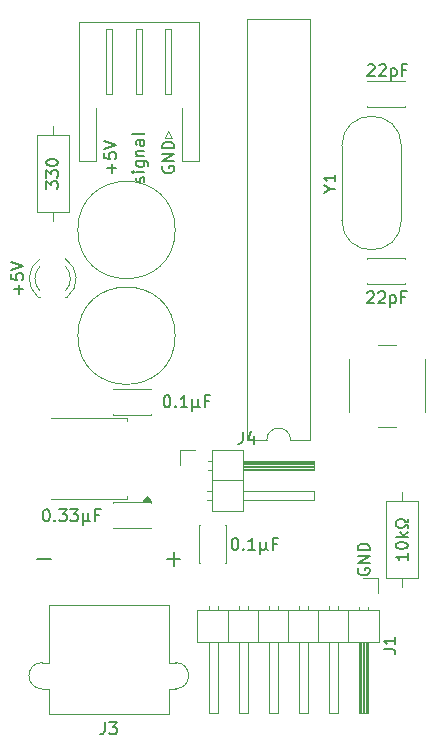
<source format=gbr>
%TF.GenerationSoftware,KiCad,Pcbnew,8.0.9-8.0.9-0~ubuntu24.04.1*%
%TF.CreationDate,2025-04-23T22:26:13+09:00*%
%TF.ProjectId,LedController,4c656443-6f6e-4747-926f-6c6c65722e6b,rev?*%
%TF.SameCoordinates,Original*%
%TF.FileFunction,Legend,Top*%
%TF.FilePolarity,Positive*%
%FSLAX46Y46*%
G04 Gerber Fmt 4.6, Leading zero omitted, Abs format (unit mm)*
G04 Created by KiCad (PCBNEW 8.0.9-8.0.9-0~ubuntu24.04.1) date 2025-04-23 22:26:13*
%MOMM*%
%LPD*%
G01*
G04 APERTURE LIST*
%ADD10C,0.150000*%
%ADD11C,0.120000*%
G04 APERTURE END LIST*
D10*
X77927438Y-97311904D02*
X77879819Y-97407142D01*
X77879819Y-97407142D02*
X77879819Y-97549999D01*
X77879819Y-97549999D02*
X77927438Y-97692856D01*
X77927438Y-97692856D02*
X78022676Y-97788094D01*
X78022676Y-97788094D02*
X78117914Y-97835713D01*
X78117914Y-97835713D02*
X78308390Y-97883332D01*
X78308390Y-97883332D02*
X78451247Y-97883332D01*
X78451247Y-97883332D02*
X78641723Y-97835713D01*
X78641723Y-97835713D02*
X78736961Y-97788094D01*
X78736961Y-97788094D02*
X78832200Y-97692856D01*
X78832200Y-97692856D02*
X78879819Y-97549999D01*
X78879819Y-97549999D02*
X78879819Y-97454761D01*
X78879819Y-97454761D02*
X78832200Y-97311904D01*
X78832200Y-97311904D02*
X78784580Y-97264285D01*
X78784580Y-97264285D02*
X78451247Y-97264285D01*
X78451247Y-97264285D02*
X78451247Y-97454761D01*
X78879819Y-96835713D02*
X77879819Y-96835713D01*
X77879819Y-96835713D02*
X78879819Y-96264285D01*
X78879819Y-96264285D02*
X77879819Y-96264285D01*
X78879819Y-95788094D02*
X77879819Y-95788094D01*
X77879819Y-95788094D02*
X77879819Y-95549999D01*
X77879819Y-95549999D02*
X77927438Y-95407142D01*
X77927438Y-95407142D02*
X78022676Y-95311904D01*
X78022676Y-95311904D02*
X78117914Y-95264285D01*
X78117914Y-95264285D02*
X78308390Y-95216666D01*
X78308390Y-95216666D02*
X78451247Y-95216666D01*
X78451247Y-95216666D02*
X78641723Y-95264285D01*
X78641723Y-95264285D02*
X78736961Y-95311904D01*
X78736961Y-95311904D02*
X78832200Y-95407142D01*
X78832200Y-95407142D02*
X78879819Y-95549999D01*
X78879819Y-95549999D02*
X78879819Y-95788094D01*
X59757200Y-64596428D02*
X59804819Y-64501190D01*
X59804819Y-64501190D02*
X59804819Y-64310714D01*
X59804819Y-64310714D02*
X59757200Y-64215476D01*
X59757200Y-64215476D02*
X59661961Y-64167857D01*
X59661961Y-64167857D02*
X59614342Y-64167857D01*
X59614342Y-64167857D02*
X59519104Y-64215476D01*
X59519104Y-64215476D02*
X59471485Y-64310714D01*
X59471485Y-64310714D02*
X59471485Y-64453571D01*
X59471485Y-64453571D02*
X59423866Y-64548809D01*
X59423866Y-64548809D02*
X59328628Y-64596428D01*
X59328628Y-64596428D02*
X59281009Y-64596428D01*
X59281009Y-64596428D02*
X59185771Y-64548809D01*
X59185771Y-64548809D02*
X59138152Y-64453571D01*
X59138152Y-64453571D02*
X59138152Y-64310714D01*
X59138152Y-64310714D02*
X59185771Y-64215476D01*
X59804819Y-63739285D02*
X59138152Y-63739285D01*
X58804819Y-63739285D02*
X58852438Y-63786904D01*
X58852438Y-63786904D02*
X58900057Y-63739285D01*
X58900057Y-63739285D02*
X58852438Y-63691666D01*
X58852438Y-63691666D02*
X58804819Y-63739285D01*
X58804819Y-63739285D02*
X58900057Y-63739285D01*
X59138152Y-62834524D02*
X59947676Y-62834524D01*
X59947676Y-62834524D02*
X60042914Y-62882143D01*
X60042914Y-62882143D02*
X60090533Y-62929762D01*
X60090533Y-62929762D02*
X60138152Y-63025000D01*
X60138152Y-63025000D02*
X60138152Y-63167857D01*
X60138152Y-63167857D02*
X60090533Y-63263095D01*
X59757200Y-62834524D02*
X59804819Y-62929762D01*
X59804819Y-62929762D02*
X59804819Y-63120238D01*
X59804819Y-63120238D02*
X59757200Y-63215476D01*
X59757200Y-63215476D02*
X59709580Y-63263095D01*
X59709580Y-63263095D02*
X59614342Y-63310714D01*
X59614342Y-63310714D02*
X59328628Y-63310714D01*
X59328628Y-63310714D02*
X59233390Y-63263095D01*
X59233390Y-63263095D02*
X59185771Y-63215476D01*
X59185771Y-63215476D02*
X59138152Y-63120238D01*
X59138152Y-63120238D02*
X59138152Y-62929762D01*
X59138152Y-62929762D02*
X59185771Y-62834524D01*
X59138152Y-62358333D02*
X59804819Y-62358333D01*
X59233390Y-62358333D02*
X59185771Y-62310714D01*
X59185771Y-62310714D02*
X59138152Y-62215476D01*
X59138152Y-62215476D02*
X59138152Y-62072619D01*
X59138152Y-62072619D02*
X59185771Y-61977381D01*
X59185771Y-61977381D02*
X59281009Y-61929762D01*
X59281009Y-61929762D02*
X59804819Y-61929762D01*
X59804819Y-61025000D02*
X59281009Y-61025000D01*
X59281009Y-61025000D02*
X59185771Y-61072619D01*
X59185771Y-61072619D02*
X59138152Y-61167857D01*
X59138152Y-61167857D02*
X59138152Y-61358333D01*
X59138152Y-61358333D02*
X59185771Y-61453571D01*
X59757200Y-61025000D02*
X59804819Y-61120238D01*
X59804819Y-61120238D02*
X59804819Y-61358333D01*
X59804819Y-61358333D02*
X59757200Y-61453571D01*
X59757200Y-61453571D02*
X59661961Y-61501190D01*
X59661961Y-61501190D02*
X59566723Y-61501190D01*
X59566723Y-61501190D02*
X59471485Y-61453571D01*
X59471485Y-61453571D02*
X59423866Y-61358333D01*
X59423866Y-61358333D02*
X59423866Y-61120238D01*
X59423866Y-61120238D02*
X59376247Y-61025000D01*
X59804819Y-60405952D02*
X59757200Y-60501190D01*
X59757200Y-60501190D02*
X59661961Y-60548809D01*
X59661961Y-60548809D02*
X58804819Y-60548809D01*
X57048866Y-63810713D02*
X57048866Y-63048809D01*
X57429819Y-63429761D02*
X56667914Y-63429761D01*
X56429819Y-62096428D02*
X56429819Y-62572618D01*
X56429819Y-62572618D02*
X56906009Y-62620237D01*
X56906009Y-62620237D02*
X56858390Y-62572618D01*
X56858390Y-62572618D02*
X56810771Y-62477380D01*
X56810771Y-62477380D02*
X56810771Y-62239285D01*
X56810771Y-62239285D02*
X56858390Y-62144047D01*
X56858390Y-62144047D02*
X56906009Y-62096428D01*
X56906009Y-62096428D02*
X57001247Y-62048809D01*
X57001247Y-62048809D02*
X57239342Y-62048809D01*
X57239342Y-62048809D02*
X57334580Y-62096428D01*
X57334580Y-62096428D02*
X57382200Y-62144047D01*
X57382200Y-62144047D02*
X57429819Y-62239285D01*
X57429819Y-62239285D02*
X57429819Y-62477380D01*
X57429819Y-62477380D02*
X57382200Y-62572618D01*
X57382200Y-62572618D02*
X57334580Y-62620237D01*
X56429819Y-61763094D02*
X57429819Y-61429761D01*
X57429819Y-61429761D02*
X56429819Y-61096428D01*
X75503628Y-65151190D02*
X75979819Y-65151190D01*
X74979819Y-65484523D02*
X75503628Y-65151190D01*
X75503628Y-65151190D02*
X74979819Y-64817857D01*
X75979819Y-63960714D02*
X75979819Y-64532142D01*
X75979819Y-64246428D02*
X74979819Y-64246428D01*
X74979819Y-64246428D02*
X75122676Y-64341666D01*
X75122676Y-64341666D02*
X75217914Y-64436904D01*
X75217914Y-64436904D02*
X75265533Y-64532142D01*
X67435714Y-94729819D02*
X67530952Y-94729819D01*
X67530952Y-94729819D02*
X67626190Y-94777438D01*
X67626190Y-94777438D02*
X67673809Y-94825057D01*
X67673809Y-94825057D02*
X67721428Y-94920295D01*
X67721428Y-94920295D02*
X67769047Y-95110771D01*
X67769047Y-95110771D02*
X67769047Y-95348866D01*
X67769047Y-95348866D02*
X67721428Y-95539342D01*
X67721428Y-95539342D02*
X67673809Y-95634580D01*
X67673809Y-95634580D02*
X67626190Y-95682200D01*
X67626190Y-95682200D02*
X67530952Y-95729819D01*
X67530952Y-95729819D02*
X67435714Y-95729819D01*
X67435714Y-95729819D02*
X67340476Y-95682200D01*
X67340476Y-95682200D02*
X67292857Y-95634580D01*
X67292857Y-95634580D02*
X67245238Y-95539342D01*
X67245238Y-95539342D02*
X67197619Y-95348866D01*
X67197619Y-95348866D02*
X67197619Y-95110771D01*
X67197619Y-95110771D02*
X67245238Y-94920295D01*
X67245238Y-94920295D02*
X67292857Y-94825057D01*
X67292857Y-94825057D02*
X67340476Y-94777438D01*
X67340476Y-94777438D02*
X67435714Y-94729819D01*
X68197619Y-95634580D02*
X68245238Y-95682200D01*
X68245238Y-95682200D02*
X68197619Y-95729819D01*
X68197619Y-95729819D02*
X68150000Y-95682200D01*
X68150000Y-95682200D02*
X68197619Y-95634580D01*
X68197619Y-95634580D02*
X68197619Y-95729819D01*
X69197618Y-95729819D02*
X68626190Y-95729819D01*
X68911904Y-95729819D02*
X68911904Y-94729819D01*
X68911904Y-94729819D02*
X68816666Y-94872676D01*
X68816666Y-94872676D02*
X68721428Y-94967914D01*
X68721428Y-94967914D02*
X68626190Y-95015533D01*
X69626190Y-95063152D02*
X69626190Y-96063152D01*
X70102380Y-95586961D02*
X70149999Y-95682200D01*
X70149999Y-95682200D02*
X70245237Y-95729819D01*
X69626190Y-95586961D02*
X69673809Y-95682200D01*
X69673809Y-95682200D02*
X69769047Y-95729819D01*
X69769047Y-95729819D02*
X69959523Y-95729819D01*
X69959523Y-95729819D02*
X70054761Y-95682200D01*
X70054761Y-95682200D02*
X70102380Y-95586961D01*
X70102380Y-95586961D02*
X70102380Y-95063152D01*
X71007142Y-95206009D02*
X70673809Y-95206009D01*
X70673809Y-95729819D02*
X70673809Y-94729819D01*
X70673809Y-94729819D02*
X71149999Y-94729819D01*
X61377438Y-63261904D02*
X61329819Y-63357142D01*
X61329819Y-63357142D02*
X61329819Y-63499999D01*
X61329819Y-63499999D02*
X61377438Y-63642856D01*
X61377438Y-63642856D02*
X61472676Y-63738094D01*
X61472676Y-63738094D02*
X61567914Y-63785713D01*
X61567914Y-63785713D02*
X61758390Y-63833332D01*
X61758390Y-63833332D02*
X61901247Y-63833332D01*
X61901247Y-63833332D02*
X62091723Y-63785713D01*
X62091723Y-63785713D02*
X62186961Y-63738094D01*
X62186961Y-63738094D02*
X62282200Y-63642856D01*
X62282200Y-63642856D02*
X62329819Y-63499999D01*
X62329819Y-63499999D02*
X62329819Y-63404761D01*
X62329819Y-63404761D02*
X62282200Y-63261904D01*
X62282200Y-63261904D02*
X62234580Y-63214285D01*
X62234580Y-63214285D02*
X61901247Y-63214285D01*
X61901247Y-63214285D02*
X61901247Y-63404761D01*
X62329819Y-62785713D02*
X61329819Y-62785713D01*
X61329819Y-62785713D02*
X62329819Y-62214285D01*
X62329819Y-62214285D02*
X61329819Y-62214285D01*
X62329819Y-61738094D02*
X61329819Y-61738094D01*
X61329819Y-61738094D02*
X61329819Y-61499999D01*
X61329819Y-61499999D02*
X61377438Y-61357142D01*
X61377438Y-61357142D02*
X61472676Y-61261904D01*
X61472676Y-61261904D02*
X61567914Y-61214285D01*
X61567914Y-61214285D02*
X61758390Y-61166666D01*
X61758390Y-61166666D02*
X61901247Y-61166666D01*
X61901247Y-61166666D02*
X62091723Y-61214285D01*
X62091723Y-61214285D02*
X62186961Y-61261904D01*
X62186961Y-61261904D02*
X62282200Y-61357142D01*
X62282200Y-61357142D02*
X62329819Y-61499999D01*
X62329819Y-61499999D02*
X62329819Y-61738094D01*
X56466666Y-110339819D02*
X56466666Y-111054104D01*
X56466666Y-111054104D02*
X56419047Y-111196961D01*
X56419047Y-111196961D02*
X56323809Y-111292200D01*
X56323809Y-111292200D02*
X56180952Y-111339819D01*
X56180952Y-111339819D02*
X56085714Y-111339819D01*
X56847619Y-110339819D02*
X57466666Y-110339819D01*
X57466666Y-110339819D02*
X57133333Y-110720771D01*
X57133333Y-110720771D02*
X57276190Y-110720771D01*
X57276190Y-110720771D02*
X57371428Y-110768390D01*
X57371428Y-110768390D02*
X57419047Y-110816009D01*
X57419047Y-110816009D02*
X57466666Y-110911247D01*
X57466666Y-110911247D02*
X57466666Y-111149342D01*
X57466666Y-111149342D02*
X57419047Y-111244580D01*
X57419047Y-111244580D02*
X57371428Y-111292200D01*
X57371428Y-111292200D02*
X57276190Y-111339819D01*
X57276190Y-111339819D02*
X56990476Y-111339819D01*
X56990476Y-111339819D02*
X56895238Y-111292200D01*
X56895238Y-111292200D02*
X56847619Y-111244580D01*
X61728571Y-96499700D02*
X62871429Y-96499700D01*
X62300000Y-97071128D02*
X62300000Y-95928271D01*
X50728571Y-96499700D02*
X51871429Y-96499700D01*
X51504819Y-65160713D02*
X51504819Y-64541666D01*
X51504819Y-64541666D02*
X51885771Y-64874999D01*
X51885771Y-64874999D02*
X51885771Y-64732142D01*
X51885771Y-64732142D02*
X51933390Y-64636904D01*
X51933390Y-64636904D02*
X51981009Y-64589285D01*
X51981009Y-64589285D02*
X52076247Y-64541666D01*
X52076247Y-64541666D02*
X52314342Y-64541666D01*
X52314342Y-64541666D02*
X52409580Y-64589285D01*
X52409580Y-64589285D02*
X52457200Y-64636904D01*
X52457200Y-64636904D02*
X52504819Y-64732142D01*
X52504819Y-64732142D02*
X52504819Y-65017856D01*
X52504819Y-65017856D02*
X52457200Y-65113094D01*
X52457200Y-65113094D02*
X52409580Y-65160713D01*
X51504819Y-64208332D02*
X51504819Y-63589285D01*
X51504819Y-63589285D02*
X51885771Y-63922618D01*
X51885771Y-63922618D02*
X51885771Y-63779761D01*
X51885771Y-63779761D02*
X51933390Y-63684523D01*
X51933390Y-63684523D02*
X51981009Y-63636904D01*
X51981009Y-63636904D02*
X52076247Y-63589285D01*
X52076247Y-63589285D02*
X52314342Y-63589285D01*
X52314342Y-63589285D02*
X52409580Y-63636904D01*
X52409580Y-63636904D02*
X52457200Y-63684523D01*
X52457200Y-63684523D02*
X52504819Y-63779761D01*
X52504819Y-63779761D02*
X52504819Y-64065475D01*
X52504819Y-64065475D02*
X52457200Y-64160713D01*
X52457200Y-64160713D02*
X52409580Y-64208332D01*
X51504819Y-62970237D02*
X51504819Y-62874999D01*
X51504819Y-62874999D02*
X51552438Y-62779761D01*
X51552438Y-62779761D02*
X51600057Y-62732142D01*
X51600057Y-62732142D02*
X51695295Y-62684523D01*
X51695295Y-62684523D02*
X51885771Y-62636904D01*
X51885771Y-62636904D02*
X52123866Y-62636904D01*
X52123866Y-62636904D02*
X52314342Y-62684523D01*
X52314342Y-62684523D02*
X52409580Y-62732142D01*
X52409580Y-62732142D02*
X52457200Y-62779761D01*
X52457200Y-62779761D02*
X52504819Y-62874999D01*
X52504819Y-62874999D02*
X52504819Y-62970237D01*
X52504819Y-62970237D02*
X52457200Y-63065475D01*
X52457200Y-63065475D02*
X52409580Y-63113094D01*
X52409580Y-63113094D02*
X52314342Y-63160713D01*
X52314342Y-63160713D02*
X52123866Y-63208332D01*
X52123866Y-63208332D02*
X51885771Y-63208332D01*
X51885771Y-63208332D02*
X51695295Y-63160713D01*
X51695295Y-63160713D02*
X51600057Y-63113094D01*
X51600057Y-63113094D02*
X51552438Y-63065475D01*
X51552438Y-63065475D02*
X51504819Y-62970237D01*
X78732143Y-54725057D02*
X78779762Y-54677438D01*
X78779762Y-54677438D02*
X78875000Y-54629819D01*
X78875000Y-54629819D02*
X79113095Y-54629819D01*
X79113095Y-54629819D02*
X79208333Y-54677438D01*
X79208333Y-54677438D02*
X79255952Y-54725057D01*
X79255952Y-54725057D02*
X79303571Y-54820295D01*
X79303571Y-54820295D02*
X79303571Y-54915533D01*
X79303571Y-54915533D02*
X79255952Y-55058390D01*
X79255952Y-55058390D02*
X78684524Y-55629819D01*
X78684524Y-55629819D02*
X79303571Y-55629819D01*
X79684524Y-54725057D02*
X79732143Y-54677438D01*
X79732143Y-54677438D02*
X79827381Y-54629819D01*
X79827381Y-54629819D02*
X80065476Y-54629819D01*
X80065476Y-54629819D02*
X80160714Y-54677438D01*
X80160714Y-54677438D02*
X80208333Y-54725057D01*
X80208333Y-54725057D02*
X80255952Y-54820295D01*
X80255952Y-54820295D02*
X80255952Y-54915533D01*
X80255952Y-54915533D02*
X80208333Y-55058390D01*
X80208333Y-55058390D02*
X79636905Y-55629819D01*
X79636905Y-55629819D02*
X80255952Y-55629819D01*
X80684524Y-54963152D02*
X80684524Y-55963152D01*
X80684524Y-55010771D02*
X80779762Y-54963152D01*
X80779762Y-54963152D02*
X80970238Y-54963152D01*
X80970238Y-54963152D02*
X81065476Y-55010771D01*
X81065476Y-55010771D02*
X81113095Y-55058390D01*
X81113095Y-55058390D02*
X81160714Y-55153628D01*
X81160714Y-55153628D02*
X81160714Y-55439342D01*
X81160714Y-55439342D02*
X81113095Y-55534580D01*
X81113095Y-55534580D02*
X81065476Y-55582200D01*
X81065476Y-55582200D02*
X80970238Y-55629819D01*
X80970238Y-55629819D02*
X80779762Y-55629819D01*
X80779762Y-55629819D02*
X80684524Y-55582200D01*
X81922619Y-55106009D02*
X81589286Y-55106009D01*
X81589286Y-55629819D02*
X81589286Y-54629819D01*
X81589286Y-54629819D02*
X82065476Y-54629819D01*
X51459524Y-92304819D02*
X51554762Y-92304819D01*
X51554762Y-92304819D02*
X51650000Y-92352438D01*
X51650000Y-92352438D02*
X51697619Y-92400057D01*
X51697619Y-92400057D02*
X51745238Y-92495295D01*
X51745238Y-92495295D02*
X51792857Y-92685771D01*
X51792857Y-92685771D02*
X51792857Y-92923866D01*
X51792857Y-92923866D02*
X51745238Y-93114342D01*
X51745238Y-93114342D02*
X51697619Y-93209580D01*
X51697619Y-93209580D02*
X51650000Y-93257200D01*
X51650000Y-93257200D02*
X51554762Y-93304819D01*
X51554762Y-93304819D02*
X51459524Y-93304819D01*
X51459524Y-93304819D02*
X51364286Y-93257200D01*
X51364286Y-93257200D02*
X51316667Y-93209580D01*
X51316667Y-93209580D02*
X51269048Y-93114342D01*
X51269048Y-93114342D02*
X51221429Y-92923866D01*
X51221429Y-92923866D02*
X51221429Y-92685771D01*
X51221429Y-92685771D02*
X51269048Y-92495295D01*
X51269048Y-92495295D02*
X51316667Y-92400057D01*
X51316667Y-92400057D02*
X51364286Y-92352438D01*
X51364286Y-92352438D02*
X51459524Y-92304819D01*
X52221429Y-93209580D02*
X52269048Y-93257200D01*
X52269048Y-93257200D02*
X52221429Y-93304819D01*
X52221429Y-93304819D02*
X52173810Y-93257200D01*
X52173810Y-93257200D02*
X52221429Y-93209580D01*
X52221429Y-93209580D02*
X52221429Y-93304819D01*
X52602381Y-92304819D02*
X53221428Y-92304819D01*
X53221428Y-92304819D02*
X52888095Y-92685771D01*
X52888095Y-92685771D02*
X53030952Y-92685771D01*
X53030952Y-92685771D02*
X53126190Y-92733390D01*
X53126190Y-92733390D02*
X53173809Y-92781009D01*
X53173809Y-92781009D02*
X53221428Y-92876247D01*
X53221428Y-92876247D02*
X53221428Y-93114342D01*
X53221428Y-93114342D02*
X53173809Y-93209580D01*
X53173809Y-93209580D02*
X53126190Y-93257200D01*
X53126190Y-93257200D02*
X53030952Y-93304819D01*
X53030952Y-93304819D02*
X52745238Y-93304819D01*
X52745238Y-93304819D02*
X52650000Y-93257200D01*
X52650000Y-93257200D02*
X52602381Y-93209580D01*
X53554762Y-92304819D02*
X54173809Y-92304819D01*
X54173809Y-92304819D02*
X53840476Y-92685771D01*
X53840476Y-92685771D02*
X53983333Y-92685771D01*
X53983333Y-92685771D02*
X54078571Y-92733390D01*
X54078571Y-92733390D02*
X54126190Y-92781009D01*
X54126190Y-92781009D02*
X54173809Y-92876247D01*
X54173809Y-92876247D02*
X54173809Y-93114342D01*
X54173809Y-93114342D02*
X54126190Y-93209580D01*
X54126190Y-93209580D02*
X54078571Y-93257200D01*
X54078571Y-93257200D02*
X53983333Y-93304819D01*
X53983333Y-93304819D02*
X53697619Y-93304819D01*
X53697619Y-93304819D02*
X53602381Y-93257200D01*
X53602381Y-93257200D02*
X53554762Y-93209580D01*
X54602381Y-92638152D02*
X54602381Y-93638152D01*
X55078571Y-93161961D02*
X55126190Y-93257200D01*
X55126190Y-93257200D02*
X55221428Y-93304819D01*
X54602381Y-93161961D02*
X54650000Y-93257200D01*
X54650000Y-93257200D02*
X54745238Y-93304819D01*
X54745238Y-93304819D02*
X54935714Y-93304819D01*
X54935714Y-93304819D02*
X55030952Y-93257200D01*
X55030952Y-93257200D02*
X55078571Y-93161961D01*
X55078571Y-93161961D02*
X55078571Y-92638152D01*
X55983333Y-92781009D02*
X55650000Y-92781009D01*
X55650000Y-93304819D02*
X55650000Y-92304819D01*
X55650000Y-92304819D02*
X56126190Y-92304819D01*
X80064819Y-104138333D02*
X80779104Y-104138333D01*
X80779104Y-104138333D02*
X80921961Y-104185952D01*
X80921961Y-104185952D02*
X81017200Y-104281190D01*
X81017200Y-104281190D02*
X81064819Y-104424047D01*
X81064819Y-104424047D02*
X81064819Y-104519285D01*
X81064819Y-103138333D02*
X81064819Y-103709761D01*
X81064819Y-103424047D02*
X80064819Y-103424047D01*
X80064819Y-103424047D02*
X80207676Y-103519285D01*
X80207676Y-103519285D02*
X80302914Y-103614523D01*
X80302914Y-103614523D02*
X80350533Y-103709761D01*
X78682143Y-73950057D02*
X78729762Y-73902438D01*
X78729762Y-73902438D02*
X78825000Y-73854819D01*
X78825000Y-73854819D02*
X79063095Y-73854819D01*
X79063095Y-73854819D02*
X79158333Y-73902438D01*
X79158333Y-73902438D02*
X79205952Y-73950057D01*
X79205952Y-73950057D02*
X79253571Y-74045295D01*
X79253571Y-74045295D02*
X79253571Y-74140533D01*
X79253571Y-74140533D02*
X79205952Y-74283390D01*
X79205952Y-74283390D02*
X78634524Y-74854819D01*
X78634524Y-74854819D02*
X79253571Y-74854819D01*
X79634524Y-73950057D02*
X79682143Y-73902438D01*
X79682143Y-73902438D02*
X79777381Y-73854819D01*
X79777381Y-73854819D02*
X80015476Y-73854819D01*
X80015476Y-73854819D02*
X80110714Y-73902438D01*
X80110714Y-73902438D02*
X80158333Y-73950057D01*
X80158333Y-73950057D02*
X80205952Y-74045295D01*
X80205952Y-74045295D02*
X80205952Y-74140533D01*
X80205952Y-74140533D02*
X80158333Y-74283390D01*
X80158333Y-74283390D02*
X79586905Y-74854819D01*
X79586905Y-74854819D02*
X80205952Y-74854819D01*
X80634524Y-74188152D02*
X80634524Y-75188152D01*
X80634524Y-74235771D02*
X80729762Y-74188152D01*
X80729762Y-74188152D02*
X80920238Y-74188152D01*
X80920238Y-74188152D02*
X81015476Y-74235771D01*
X81015476Y-74235771D02*
X81063095Y-74283390D01*
X81063095Y-74283390D02*
X81110714Y-74378628D01*
X81110714Y-74378628D02*
X81110714Y-74664342D01*
X81110714Y-74664342D02*
X81063095Y-74759580D01*
X81063095Y-74759580D02*
X81015476Y-74807200D01*
X81015476Y-74807200D02*
X80920238Y-74854819D01*
X80920238Y-74854819D02*
X80729762Y-74854819D01*
X80729762Y-74854819D02*
X80634524Y-74807200D01*
X81872619Y-74331009D02*
X81539286Y-74331009D01*
X81539286Y-74854819D02*
X81539286Y-73854819D01*
X81539286Y-73854819D02*
X82015476Y-73854819D01*
X61685714Y-82654819D02*
X61780952Y-82654819D01*
X61780952Y-82654819D02*
X61876190Y-82702438D01*
X61876190Y-82702438D02*
X61923809Y-82750057D01*
X61923809Y-82750057D02*
X61971428Y-82845295D01*
X61971428Y-82845295D02*
X62019047Y-83035771D01*
X62019047Y-83035771D02*
X62019047Y-83273866D01*
X62019047Y-83273866D02*
X61971428Y-83464342D01*
X61971428Y-83464342D02*
X61923809Y-83559580D01*
X61923809Y-83559580D02*
X61876190Y-83607200D01*
X61876190Y-83607200D02*
X61780952Y-83654819D01*
X61780952Y-83654819D02*
X61685714Y-83654819D01*
X61685714Y-83654819D02*
X61590476Y-83607200D01*
X61590476Y-83607200D02*
X61542857Y-83559580D01*
X61542857Y-83559580D02*
X61495238Y-83464342D01*
X61495238Y-83464342D02*
X61447619Y-83273866D01*
X61447619Y-83273866D02*
X61447619Y-83035771D01*
X61447619Y-83035771D02*
X61495238Y-82845295D01*
X61495238Y-82845295D02*
X61542857Y-82750057D01*
X61542857Y-82750057D02*
X61590476Y-82702438D01*
X61590476Y-82702438D02*
X61685714Y-82654819D01*
X62447619Y-83559580D02*
X62495238Y-83607200D01*
X62495238Y-83607200D02*
X62447619Y-83654819D01*
X62447619Y-83654819D02*
X62400000Y-83607200D01*
X62400000Y-83607200D02*
X62447619Y-83559580D01*
X62447619Y-83559580D02*
X62447619Y-83654819D01*
X63447618Y-83654819D02*
X62876190Y-83654819D01*
X63161904Y-83654819D02*
X63161904Y-82654819D01*
X63161904Y-82654819D02*
X63066666Y-82797676D01*
X63066666Y-82797676D02*
X62971428Y-82892914D01*
X62971428Y-82892914D02*
X62876190Y-82940533D01*
X63876190Y-82988152D02*
X63876190Y-83988152D01*
X64352380Y-83511961D02*
X64399999Y-83607200D01*
X64399999Y-83607200D02*
X64495237Y-83654819D01*
X63876190Y-83511961D02*
X63923809Y-83607200D01*
X63923809Y-83607200D02*
X64019047Y-83654819D01*
X64019047Y-83654819D02*
X64209523Y-83654819D01*
X64209523Y-83654819D02*
X64304761Y-83607200D01*
X64304761Y-83607200D02*
X64352380Y-83511961D01*
X64352380Y-83511961D02*
X64352380Y-82988152D01*
X65257142Y-83131009D02*
X64923809Y-83131009D01*
X64923809Y-83654819D02*
X64923809Y-82654819D01*
X64923809Y-82654819D02*
X65399999Y-82654819D01*
X82104819Y-96021666D02*
X82104819Y-96593094D01*
X82104819Y-96307380D02*
X81104819Y-96307380D01*
X81104819Y-96307380D02*
X81247676Y-96402618D01*
X81247676Y-96402618D02*
X81342914Y-96497856D01*
X81342914Y-96497856D02*
X81390533Y-96593094D01*
X81104819Y-95402618D02*
X81104819Y-95307380D01*
X81104819Y-95307380D02*
X81152438Y-95212142D01*
X81152438Y-95212142D02*
X81200057Y-95164523D01*
X81200057Y-95164523D02*
X81295295Y-95116904D01*
X81295295Y-95116904D02*
X81485771Y-95069285D01*
X81485771Y-95069285D02*
X81723866Y-95069285D01*
X81723866Y-95069285D02*
X81914342Y-95116904D01*
X81914342Y-95116904D02*
X82009580Y-95164523D01*
X82009580Y-95164523D02*
X82057200Y-95212142D01*
X82057200Y-95212142D02*
X82104819Y-95307380D01*
X82104819Y-95307380D02*
X82104819Y-95402618D01*
X82104819Y-95402618D02*
X82057200Y-95497856D01*
X82057200Y-95497856D02*
X82009580Y-95545475D01*
X82009580Y-95545475D02*
X81914342Y-95593094D01*
X81914342Y-95593094D02*
X81723866Y-95640713D01*
X81723866Y-95640713D02*
X81485771Y-95640713D01*
X81485771Y-95640713D02*
X81295295Y-95593094D01*
X81295295Y-95593094D02*
X81200057Y-95545475D01*
X81200057Y-95545475D02*
X81152438Y-95497856D01*
X81152438Y-95497856D02*
X81104819Y-95402618D01*
X82104819Y-94640713D02*
X81104819Y-94640713D01*
X81723866Y-94545475D02*
X82104819Y-94259761D01*
X81438152Y-94259761D02*
X81819104Y-94640713D01*
X82104819Y-93878808D02*
X82104819Y-93640713D01*
X82104819Y-93640713D02*
X81914342Y-93640713D01*
X81914342Y-93640713D02*
X81866723Y-93735951D01*
X81866723Y-93735951D02*
X81771485Y-93831189D01*
X81771485Y-93831189D02*
X81628628Y-93878808D01*
X81628628Y-93878808D02*
X81390533Y-93878808D01*
X81390533Y-93878808D02*
X81247676Y-93831189D01*
X81247676Y-93831189D02*
X81152438Y-93735951D01*
X81152438Y-93735951D02*
X81104819Y-93593094D01*
X81104819Y-93593094D02*
X81104819Y-93402618D01*
X81104819Y-93402618D02*
X81152438Y-93259761D01*
X81152438Y-93259761D02*
X81247676Y-93164523D01*
X81247676Y-93164523D02*
X81390533Y-93116904D01*
X81390533Y-93116904D02*
X81628628Y-93116904D01*
X81628628Y-93116904D02*
X81771485Y-93164523D01*
X81771485Y-93164523D02*
X81866723Y-93259761D01*
X81866723Y-93259761D02*
X81914342Y-93354999D01*
X81914342Y-93354999D02*
X82104819Y-93354999D01*
X82104819Y-93354999D02*
X82104819Y-93116904D01*
X68151666Y-85759819D02*
X68151666Y-86474104D01*
X68151666Y-86474104D02*
X68104047Y-86616961D01*
X68104047Y-86616961D02*
X68008809Y-86712200D01*
X68008809Y-86712200D02*
X67865952Y-86759819D01*
X67865952Y-86759819D02*
X67770714Y-86759819D01*
X69056428Y-86093152D02*
X69056428Y-86759819D01*
X68818333Y-85712200D02*
X68580238Y-86426485D01*
X68580238Y-86426485D02*
X69199285Y-86426485D01*
X49163866Y-74055713D02*
X49163866Y-73293809D01*
X49544819Y-73674761D02*
X48782914Y-73674761D01*
X48544819Y-72341428D02*
X48544819Y-72817618D01*
X48544819Y-72817618D02*
X49021009Y-72865237D01*
X49021009Y-72865237D02*
X48973390Y-72817618D01*
X48973390Y-72817618D02*
X48925771Y-72722380D01*
X48925771Y-72722380D02*
X48925771Y-72484285D01*
X48925771Y-72484285D02*
X48973390Y-72389047D01*
X48973390Y-72389047D02*
X49021009Y-72341428D01*
X49021009Y-72341428D02*
X49116247Y-72293809D01*
X49116247Y-72293809D02*
X49354342Y-72293809D01*
X49354342Y-72293809D02*
X49449580Y-72341428D01*
X49449580Y-72341428D02*
X49497200Y-72389047D01*
X49497200Y-72389047D02*
X49544819Y-72484285D01*
X49544819Y-72484285D02*
X49544819Y-72722380D01*
X49544819Y-72722380D02*
X49497200Y-72817618D01*
X49497200Y-72817618D02*
X49449580Y-72865237D01*
X48544819Y-72008094D02*
X49544819Y-71674761D01*
X49544819Y-71674761D02*
X48544819Y-71341428D01*
D11*
%TO.C,Y1*%
X76525000Y-67800000D02*
X76525000Y-61550000D01*
X81575000Y-67800000D02*
X81575000Y-61550000D01*
X81575000Y-67800000D02*
G75*
G02*
X76525000Y-67800000I-2525000J0D01*
G01*
X76525000Y-61550000D02*
G75*
G02*
X81575000Y-61550000I2525000J0D01*
G01*
%TO.C,SW1*%
X77100000Y-79600000D02*
X77100000Y-84100000D01*
X79600000Y-85350000D02*
X81100000Y-85350000D01*
X81100000Y-78350000D02*
X79600000Y-78350000D01*
X83600000Y-84100000D02*
X83600000Y-79600000D01*
%TO.C,0.1\u03BCF*%
X64480000Y-93605000D02*
X64480000Y-96845000D01*
X64545000Y-93605000D02*
X64480000Y-93605000D01*
X64545000Y-96845000D02*
X64480000Y-96845000D01*
X66720000Y-93605000D02*
X66655000Y-93605000D01*
X66720000Y-93605000D02*
X66720000Y-96845000D01*
X66720000Y-96845000D02*
X66655000Y-96845000D01*
%TO.C,U1*%
X51890000Y-84550000D02*
X58310000Y-84550000D01*
X51890000Y-91450000D02*
X58310000Y-91450000D01*
X58310000Y-84550000D02*
X58310000Y-84820000D01*
X58310000Y-91450000D02*
X58310000Y-91180000D01*
X60380000Y-91610000D02*
X59700000Y-91610000D01*
X60040000Y-91140000D01*
X60380000Y-91610000D01*
G36*
X60380000Y-91610000D02*
G01*
X59700000Y-91610000D01*
X60040000Y-91140000D01*
X60380000Y-91610000D01*
G37*
%TO.C,GND*%
X54290000Y-51065000D02*
X54290000Y-62785000D01*
X54290000Y-62785000D02*
X55710000Y-62785000D01*
X55710000Y-62785000D02*
X55710000Y-58285000D01*
X56600000Y-51675000D02*
X56600000Y-57175000D01*
X56600000Y-57175000D02*
X57100000Y-57175000D01*
X57100000Y-51675000D02*
X56600000Y-51675000D01*
X57100000Y-57175000D02*
X57100000Y-51675000D01*
X59100000Y-51675000D02*
X59100000Y-57175000D01*
X59100000Y-57175000D02*
X59600000Y-57175000D01*
X59350000Y-51065000D02*
X54290000Y-51065000D01*
X59350000Y-51065000D02*
X64410000Y-51065000D01*
X59600000Y-51675000D02*
X59100000Y-51675000D01*
X59600000Y-57175000D02*
X59600000Y-51675000D01*
X61550000Y-60875000D02*
X61850000Y-60275000D01*
X61600000Y-51675000D02*
X61600000Y-57175000D01*
X61600000Y-57175000D02*
X62100000Y-57175000D01*
X61850000Y-60275000D02*
X62150000Y-60875000D01*
X62100000Y-51675000D02*
X61600000Y-51675000D01*
X62100000Y-57175000D02*
X62100000Y-51675000D01*
X62150000Y-60875000D02*
X61550000Y-60875000D01*
X62990000Y-62785000D02*
X62990000Y-58285000D01*
X64410000Y-51065000D02*
X64410000Y-62785000D01*
X64410000Y-62785000D02*
X62990000Y-62785000D01*
%TO.C,J3*%
X62450000Y-105275000D02*
G75*
G02*
X62450000Y-107495000I0J-1110000D01*
G01*
X51150000Y-107495000D02*
G75*
G02*
X51150000Y-105275000I0J1110000D01*
G01*
X62450000Y-107495000D02*
X61860000Y-107495000D01*
X62450000Y-105275000D02*
X61860000Y-105275000D01*
X61860000Y-109595000D02*
X61860000Y-107495000D01*
X61860000Y-109595000D02*
X51740000Y-109595000D01*
X61860000Y-105275000D02*
X61860000Y-100375000D01*
X61860000Y-100375000D02*
X51740000Y-100375000D01*
X51740000Y-109595000D02*
X51740000Y-107495000D01*
X51740000Y-107495000D02*
X51150000Y-107495000D01*
X51740000Y-105275000D02*
X51740000Y-100375000D01*
X51740000Y-105275000D02*
X51150000Y-105275000D01*
%TO.C,330*%
X50680000Y-60605000D02*
X50680000Y-67145000D01*
X50680000Y-67145000D02*
X53420000Y-67145000D01*
X52050000Y-59835000D02*
X52050000Y-60605000D01*
X52050000Y-67915000D02*
X52050000Y-67145000D01*
X53420000Y-60605000D02*
X50680000Y-60605000D01*
X53420000Y-67145000D02*
X53420000Y-60605000D01*
%TO.C,C5*%
X62420000Y-68650000D02*
G75*
G02*
X54180000Y-68650000I-4120000J0D01*
G01*
X54180000Y-68650000D02*
G75*
G02*
X62420000Y-68650000I4120000J0D01*
G01*
%TO.C,22pF*%
X78680000Y-56005000D02*
X78680000Y-56070000D01*
X78680000Y-56005000D02*
X81920000Y-56005000D01*
X78680000Y-58180000D02*
X78680000Y-58245000D01*
X78680000Y-58245000D02*
X81920000Y-58245000D01*
X81920000Y-56005000D02*
X81920000Y-56070000D01*
X81920000Y-58180000D02*
X81920000Y-58245000D01*
%TO.C,C7*%
X62420000Y-77600000D02*
G75*
G02*
X54180000Y-77600000I-4120000J0D01*
G01*
X54180000Y-77600000D02*
G75*
G02*
X62420000Y-77600000I4120000J0D01*
G01*
%TO.C,0.33\u03BCF*%
X57170000Y-91745000D02*
X57170000Y-91680000D01*
X57170000Y-93920000D02*
X57170000Y-93855000D01*
X60410000Y-91680000D02*
X57170000Y-91680000D01*
X60410000Y-91745000D02*
X60410000Y-91680000D01*
X60410000Y-93920000D02*
X57170000Y-93920000D01*
X60410000Y-93920000D02*
X60410000Y-93855000D01*
%TO.C,J1*%
X64310000Y-100860000D02*
X64310000Y-103520000D01*
X64310000Y-103520000D02*
X79670000Y-103520000D01*
X65260000Y-100462929D02*
X65260000Y-100860000D01*
X65260000Y-109520000D02*
X65260000Y-103520000D01*
X66020000Y-100462929D02*
X66020000Y-100860000D01*
X66020000Y-103520000D02*
X66020000Y-109520000D01*
X66020000Y-109520000D02*
X65260000Y-109520000D01*
X66910000Y-100860000D02*
X66910000Y-103520000D01*
X67800000Y-100462929D02*
X67800000Y-100860000D01*
X67800000Y-109520000D02*
X67800000Y-103520000D01*
X68560000Y-100462929D02*
X68560000Y-100860000D01*
X68560000Y-103520000D02*
X68560000Y-109520000D01*
X68560000Y-109520000D02*
X67800000Y-109520000D01*
X69450000Y-100860000D02*
X69450000Y-103520000D01*
X70340000Y-100462929D02*
X70340000Y-100860000D01*
X70340000Y-109520000D02*
X70340000Y-103520000D01*
X71100000Y-100462929D02*
X71100000Y-100860000D01*
X71100000Y-103520000D02*
X71100000Y-109520000D01*
X71100000Y-109520000D02*
X70340000Y-109520000D01*
X71990000Y-100860000D02*
X71990000Y-103520000D01*
X72880000Y-100462929D02*
X72880000Y-100860000D01*
X72880000Y-109520000D02*
X72880000Y-103520000D01*
X73640000Y-100462929D02*
X73640000Y-100860000D01*
X73640000Y-103520000D02*
X73640000Y-109520000D01*
X73640000Y-109520000D02*
X72880000Y-109520000D01*
X74530000Y-100860000D02*
X74530000Y-103520000D01*
X75420000Y-100462929D02*
X75420000Y-100860000D01*
X75420000Y-109520000D02*
X75420000Y-103520000D01*
X76180000Y-100462929D02*
X76180000Y-100860000D01*
X76180000Y-103520000D02*
X76180000Y-109520000D01*
X76180000Y-109520000D02*
X75420000Y-109520000D01*
X77070000Y-100860000D02*
X77070000Y-103520000D01*
X77960000Y-100530000D02*
X77960000Y-100860000D01*
X77960000Y-109520000D02*
X77960000Y-103520000D01*
X78060000Y-103520000D02*
X78060000Y-109520000D01*
X78180000Y-103520000D02*
X78180000Y-109520000D01*
X78300000Y-103520000D02*
X78300000Y-109520000D01*
X78340000Y-98150000D02*
X79610000Y-98150000D01*
X78420000Y-103520000D02*
X78420000Y-109520000D01*
X78540000Y-103520000D02*
X78540000Y-109520000D01*
X78660000Y-103520000D02*
X78660000Y-109520000D01*
X78720000Y-100530000D02*
X78720000Y-100860000D01*
X78720000Y-103520000D02*
X78720000Y-109520000D01*
X78720000Y-109520000D02*
X77960000Y-109520000D01*
X79610000Y-98150000D02*
X79610000Y-99420000D01*
X79670000Y-100860000D02*
X64310000Y-100860000D01*
X79670000Y-103520000D02*
X79670000Y-100860000D01*
%TO.C,22pF*%
X78680000Y-71005000D02*
X78680000Y-71070000D01*
X78680000Y-71005000D02*
X81920000Y-71005000D01*
X78680000Y-73180000D02*
X78680000Y-73245000D01*
X78680000Y-73245000D02*
X81920000Y-73245000D01*
X81920000Y-71005000D02*
X81920000Y-71070000D01*
X81920000Y-73180000D02*
X81920000Y-73245000D01*
%TO.C,U2*%
X68535000Y-50750000D02*
X68535000Y-86430000D01*
X68535000Y-86430000D02*
X70185000Y-86430000D01*
X72185000Y-86430000D02*
X73835000Y-86430000D01*
X73835000Y-50750000D02*
X68535000Y-50750000D01*
X73835000Y-86430000D02*
X73835000Y-50750000D01*
X70185000Y-86430000D02*
G75*
G02*
X72185000Y-86430000I1000000J0D01*
G01*
%TO.C,0.1\u03BCF*%
X57170000Y-82145000D02*
X57170000Y-82080000D01*
X57170000Y-84320000D02*
X57170000Y-84255000D01*
X60410000Y-82080000D02*
X57170000Y-82080000D01*
X60410000Y-82145000D02*
X60410000Y-82080000D01*
X60410000Y-84320000D02*
X57170000Y-84320000D01*
X60410000Y-84320000D02*
X60410000Y-84255000D01*
%TO.C,10k\u03A9*%
X80280000Y-91585000D02*
X80280000Y-98125000D01*
X80280000Y-98125000D02*
X83020000Y-98125000D01*
X81650000Y-90815000D02*
X81650000Y-91585000D01*
X81650000Y-98895000D02*
X81650000Y-98125000D01*
X83020000Y-91585000D02*
X80280000Y-91585000D01*
X83020000Y-98125000D02*
X83020000Y-91585000D01*
%TO.C,J4*%
X62830000Y-87305000D02*
X64100000Y-87305000D01*
X62830000Y-88575000D02*
X62830000Y-87305000D01*
X65142929Y-90735000D02*
X65540000Y-90735000D01*
X65142929Y-91495000D02*
X65540000Y-91495000D01*
X65210000Y-88195000D02*
X65540000Y-88195000D01*
X65210000Y-88955000D02*
X65540000Y-88955000D01*
X65540000Y-87245000D02*
X65540000Y-92445000D01*
X65540000Y-89845000D02*
X68200000Y-89845000D01*
X65540000Y-92445000D02*
X68200000Y-92445000D01*
X68200000Y-87245000D02*
X65540000Y-87245000D01*
X68200000Y-88195000D02*
X74200000Y-88195000D01*
X68200000Y-88255000D02*
X74200000Y-88255000D01*
X68200000Y-88375000D02*
X74200000Y-88375000D01*
X68200000Y-88495000D02*
X74200000Y-88495000D01*
X68200000Y-88615000D02*
X74200000Y-88615000D01*
X68200000Y-88735000D02*
X74200000Y-88735000D01*
X68200000Y-88855000D02*
X74200000Y-88855000D01*
X68200000Y-90735000D02*
X74200000Y-90735000D01*
X68200000Y-92445000D02*
X68200000Y-87245000D01*
X74200000Y-88195000D02*
X74200000Y-88955000D01*
X74200000Y-88955000D02*
X68200000Y-88955000D01*
X74200000Y-90735000D02*
X74200000Y-91495000D01*
X74200000Y-91495000D02*
X68200000Y-91495000D01*
%TO.C,+5V*%
X50814000Y-74330000D02*
X50970000Y-74330000D01*
X53130000Y-74330000D02*
X53286000Y-74330000D01*
X50814484Y-74330000D02*
G75*
G02*
X50969939Y-71098603I1235516J1560000D01*
G01*
X50970000Y-73810961D02*
G75*
G02*
X50969951Y-71729090I1080000J1040961D01*
G01*
X53130049Y-71729090D02*
G75*
G02*
X53130000Y-73810961I-1080049J-1040910D01*
G01*
X53130061Y-71098603D02*
G75*
G02*
X53285516Y-74330000I-1080061J-1671397D01*
G01*
%TD*%
M02*

</source>
